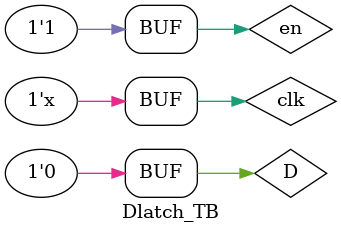
<source format=sv>
`timescale 1ns/1ns
module MUX21(input a,b,s,e, output w);
	wire ns,j;
	not #(7,9) N1(ns,s);
	notif1 #(14,18,16) N2(j,a,ns);
	notif1 #(14,18,16) N3(j,b,s);
	notif1 #(14,18,16) N4(w,j,e);
endmodule

module Dlatch(input D,clk,en, output w);
	MUX21 M1(w,D,clk,en, w);
endmodule

module Dlatch_TB();
	reg D = 0;
	reg clk = 1;
	reg en = 1;
	wire w;
	Dlatch DL1(D,clk,en,w);
	initial begin
		repeat (20) #80 begin
			D = ~D;
		end
	end
	always #150 clk = ~clk;
endmodule

</source>
